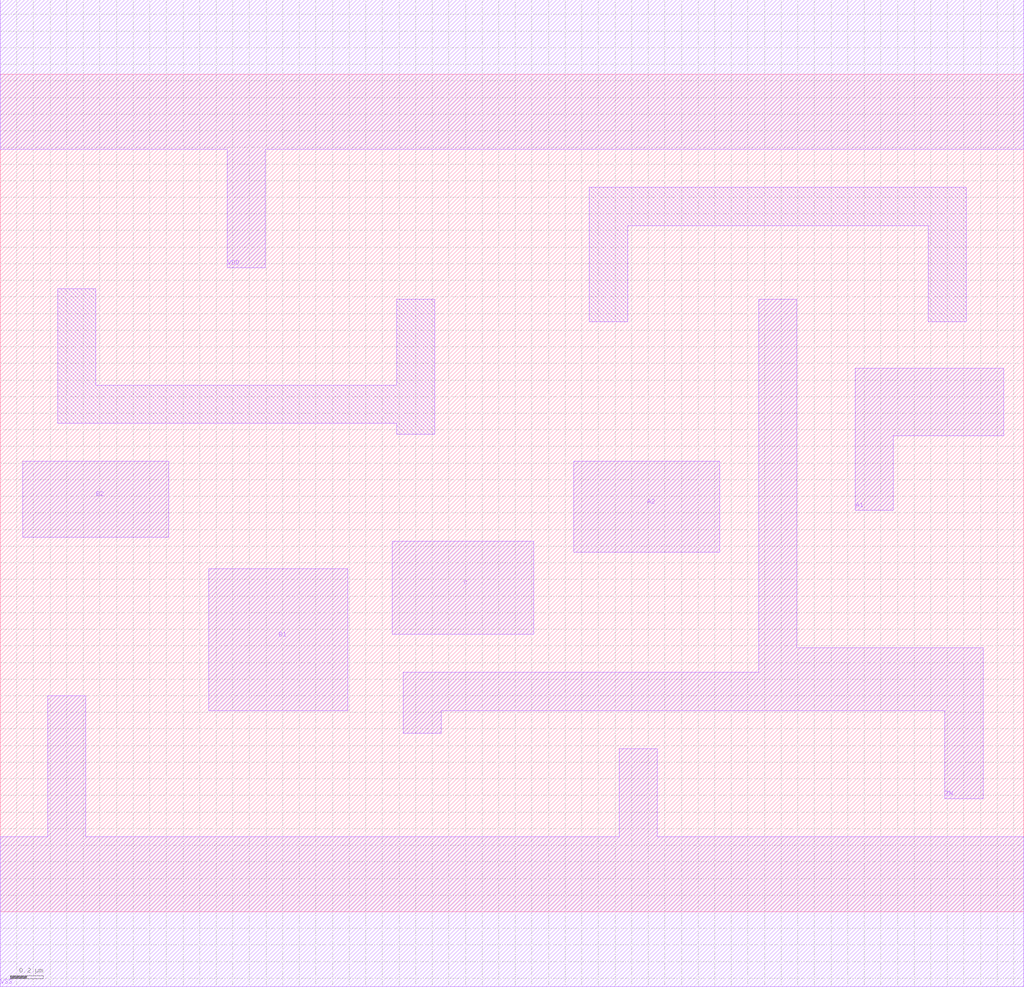
<source format=lef>
# Copyright 2022 GlobalFoundries PDK Authors
#
# Licensed under the Apache License, Version 2.0 (the "License");
# you may not use this file except in compliance with the License.
# You may obtain a copy of the License at
#
#      http://www.apache.org/licenses/LICENSE-2.0
#
# Unless required by applicable law or agreed to in writing, software
# distributed under the License is distributed on an "AS IS" BASIS,
# WITHOUT WARRANTIES OR CONDITIONS OF ANY KIND, either express or implied.
# See the License for the specific language governing permissions and
# limitations under the License.

MACRO gf180mcu_fd_sc_mcu9t5v0__aoi221_1
  CLASS core ;
  FOREIGN gf180mcu_fd_sc_mcu9t5v0__aoi221_1 0.0 0.0 ;
  ORIGIN 0 0 ;
  SYMMETRY X Y ;
  SITE GF018hv5v_green_sc9 ;
  SIZE 6.16 BY 5.04 ;
  PIN A1
    DIRECTION INPUT ;
    ANTENNAGATEAREA 1.626 ;
    PORT
      LAYER METAL1 ;
        POLYGON 5.145 2.415 5.375 2.415 5.375 2.865 6.04 2.865 6.04 3.27 5.145 3.27  ;
    END
  END A1
  PIN A2
    DIRECTION INPUT ;
    ANTENNAGATEAREA 1.626 ;
    PORT
      LAYER METAL1 ;
        POLYGON 3.45 2.165 4.33 2.165 4.33 2.71 3.45 2.71  ;
    END
  END A2
  PIN B1
    DIRECTION INPUT ;
    ANTENNAGATEAREA 1.626 ;
    PORT
      LAYER METAL1 ;
        POLYGON 1.255 1.21 2.09 1.21 2.09 2.065 1.255 2.065  ;
    END
  END B1
  PIN B2
    DIRECTION INPUT ;
    ANTENNAGATEAREA 1.626 ;
    PORT
      LAYER METAL1 ;
        POLYGON 0.135 2.255 1.015 2.255 1.015 2.71 0.135 2.71  ;
    END
  END B2
  PIN C
    DIRECTION INPUT ;
    ANTENNAGATEAREA 1.389 ;
    PORT
      LAYER METAL1 ;
        POLYGON 2.36 1.67 3.21 1.67 3.21 2.23 2.36 2.23  ;
    END
  END C
  PIN ZN
    DIRECTION OUTPUT ;
    ANTENNADIFFAREA 2.184 ;
    PORT
      LAYER METAL1 ;
        POLYGON 2.425 1.075 2.655 1.075 2.655 1.21 5.685 1.21 5.685 0.68 5.915 0.68 5.915 1.59 4.795 1.59 4.795 3.685 4.565 3.685 4.565 1.44 2.425 1.44  ;
    END
  END ZN
  PIN VDD
    DIRECTION INOUT ;
    USE power ;
    SHAPE ABUTMENT ;
    PORT
      LAYER METAL1 ;
        POLYGON 0 4.59 1.365 4.59 1.365 3.875 1.595 3.875 1.595 4.59 2.615 4.59 5.815 4.59 6.16 4.59 6.16 5.49 5.815 5.49 2.615 5.49 0 5.49  ;
    END
  END VDD
  PIN VSS
    DIRECTION INOUT ;
    USE ground ;
    SHAPE ABUTMENT ;
    PORT
      LAYER METAL1 ;
        POLYGON 0 -0.45 6.16 -0.45 6.16 0.45 3.955 0.45 3.955 0.98 3.725 0.98 3.725 0.45 0.515 0.45 0.515 1.3 0.285 1.3 0.285 0.45 0 0.45  ;
    END
  END VSS
  OBS
      LAYER METAL1 ;
        POLYGON 0.345 2.94 2.385 2.94 2.385 2.875 2.615 2.875 2.615 3.685 2.385 3.685 2.385 3.17 0.575 3.17 0.575 3.75 0.345 3.75  ;
        POLYGON 3.545 3.55 3.775 3.55 3.775 4.13 5.585 4.13 5.585 3.55 5.815 3.55 5.815 4.36 3.545 4.36  ;
  END
END gf180mcu_fd_sc_mcu9t5v0__aoi221_1

</source>
